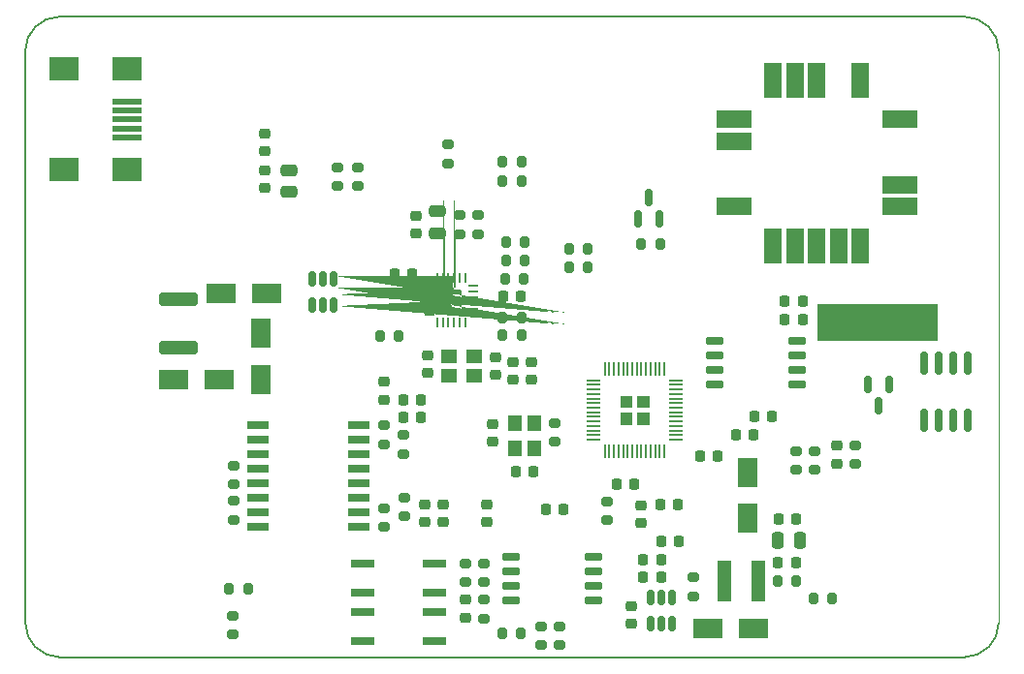
<source format=gtp>
%TF.GenerationSoftware,KiCad,Pcbnew,(6.0.4)*%
%TF.CreationDate,2022-04-11T14:57:36+02:00*%
%TF.ProjectId,PSE_RP2040,5053455f-5250-4323-9034-302e6b696361,rev?*%
%TF.SameCoordinates,Original*%
%TF.FileFunction,Paste,Top*%
%TF.FilePolarity,Positive*%
%FSLAX46Y46*%
G04 Gerber Fmt 4.6, Leading zero omitted, Abs format (unit mm)*
G04 Created by KiCad (PCBNEW (6.0.4)) date 2022-04-11 14:57:36*
%MOMM*%
%LPD*%
G01*
G04 APERTURE LIST*
G04 Aperture macros list*
%AMRoundRect*
0 Rectangle with rounded corners*
0 $1 Rounding radius*
0 $2 $3 $4 $5 $6 $7 $8 $9 X,Y pos of 4 corners*
0 Add a 4 corners polygon primitive as box body*
4,1,4,$2,$3,$4,$5,$6,$7,$8,$9,$2,$3,0*
0 Add four circle primitives for the rounded corners*
1,1,$1+$1,$2,$3*
1,1,$1+$1,$4,$5*
1,1,$1+$1,$6,$7*
1,1,$1+$1,$8,$9*
0 Add four rect primitives between the rounded corners*
20,1,$1+$1,$2,$3,$4,$5,0*
20,1,$1+$1,$4,$5,$6,$7,0*
20,1,$1+$1,$6,$7,$8,$9,0*
20,1,$1+$1,$8,$9,$2,$3,0*%
%AMFreePoly0*
4,1,57,0.211049,0.458455,0.230584,0.458455,0.247503,0.448687,0.266375,0.443630,0.280190,0.429815,0.297109,0.420047,0.420048,0.297109,0.429817,0.280188,0.443630,0.266375,0.448687,0.247504,0.458455,0.230584,0.458455,0.211049,0.463512,0.192176,0.463512,-0.192176,0.458455,-0.211049,0.458455,-0.230584,0.448687,-0.247504,0.443630,-0.266375,0.429817,-0.280188,0.420048,-0.297109,
0.297109,-0.420047,0.280190,-0.429815,0.266375,-0.443630,0.247503,-0.448687,0.230584,-0.458455,0.211049,-0.458455,0.192176,-0.463512,-0.192176,-0.463512,-0.211049,-0.458455,-0.230584,-0.458455,-0.247504,-0.448687,-0.266375,-0.443630,-0.280188,-0.429817,-0.297109,-0.420048,-0.420047,-0.297109,-0.429815,-0.280190,-0.443630,-0.266375,-0.448687,-0.247503,-0.458455,-0.230584,-0.458455,-0.211049,
-0.463512,-0.192176,-0.463512,0.192176,-0.458455,0.211049,-0.458455,0.230584,-0.448687,0.247503,-0.443630,0.266375,-0.429815,0.280190,-0.420047,0.297109,-0.297109,0.420048,-0.280188,0.429817,-0.266375,0.443630,-0.247504,0.448687,-0.230584,0.458455,-0.211049,0.458455,-0.192176,0.463512,0.192176,0.463512,0.211049,0.458455,0.211049,0.458455,$1*%
G04 Aperture macros list end*
%TA.AperFunction,Profile*%
%ADD10C,0.150000*%
%TD*%
%TA.AperFunction,Profile*%
%ADD11C,0.100000*%
%TD*%
%ADD12C,0.120000*%
%ADD13RoundRect,0.225000X0.225000X0.250000X-0.225000X0.250000X-0.225000X-0.250000X0.225000X-0.250000X0*%
%ADD14RoundRect,0.200000X0.275000X-0.200000X0.275000X0.200000X-0.275000X0.200000X-0.275000X-0.200000X0*%
%ADD15RoundRect,0.200000X-0.200000X-0.275000X0.200000X-0.275000X0.200000X0.275000X-0.200000X0.275000X0*%
%ADD16RoundRect,0.150000X-0.650000X-0.150000X0.650000X-0.150000X0.650000X0.150000X-0.650000X0.150000X0*%
%ADD17R,2.500000X1.800000*%
%ADD18R,2.000000X0.640000*%
%ADD19RoundRect,0.150000X0.150000X-0.512500X0.150000X0.512500X-0.150000X0.512500X-0.150000X-0.512500X0*%
%ADD20RoundRect,0.225000X-0.250000X0.225000X-0.250000X-0.225000X0.250000X-0.225000X0.250000X0.225000X0*%
%ADD21RoundRect,0.218750X-0.256250X0.218750X-0.256250X-0.218750X0.256250X-0.218750X0.256250X0.218750X0*%
%ADD22RoundRect,0.225000X-0.225000X-0.250000X0.225000X-0.250000X0.225000X0.250000X-0.225000X0.250000X0*%
%ADD23RoundRect,0.200000X-0.275000X0.200000X-0.275000X-0.200000X0.275000X-0.200000X0.275000X0.200000X0*%
%ADD24R,1.800000X2.500000*%
%ADD25RoundRect,0.250000X-0.250000X-0.475000X0.250000X-0.475000X0.250000X0.475000X-0.250000X0.475000X0*%
%ADD26RoundRect,0.250000X-0.475000X0.250000X-0.475000X-0.250000X0.475000X-0.250000X0.475000X0.250000X0*%
%ADD27RoundRect,0.218750X0.218750X0.256250X-0.218750X0.256250X-0.218750X-0.256250X0.218750X-0.256250X0*%
%ADD28RoundRect,0.150000X-0.150000X0.587500X-0.150000X-0.587500X0.150000X-0.587500X0.150000X0.587500X0*%
%ADD29RoundRect,0.200000X0.200000X0.275000X-0.200000X0.275000X-0.200000X-0.275000X0.200000X-0.275000X0*%
%ADD30RoundRect,0.225000X0.250000X-0.225000X0.250000X0.225000X-0.250000X0.225000X-0.250000X-0.225000X0*%
%ADD31R,1.150000X3.600000*%
%ADD32R,1.200000X1.400000*%
%ADD33FreePoly0,90.000000*%
%ADD34RoundRect,0.062500X0.062500X-0.375000X0.062500X0.375000X-0.062500X0.375000X-0.062500X-0.375000X0*%
%ADD35RoundRect,0.062500X0.375000X-0.062500X0.375000X0.062500X-0.375000X0.062500X-0.375000X-0.062500X0*%
%ADD36R,1.500000X3.100000*%
%ADD37R,3.100000X1.500000*%
%ADD38RoundRect,0.218750X0.256250X-0.218750X0.256250X0.218750X-0.256250X0.218750X-0.256250X-0.218750X0*%
%ADD39R,10.500000X3.200000*%
%ADD40R,1.910000X0.640000*%
%ADD41RoundRect,0.250000X0.475000X-0.250000X0.475000X0.250000X-0.475000X0.250000X-0.475000X-0.250000X0*%
%ADD42RoundRect,0.150000X0.150000X-0.587500X0.150000X0.587500X-0.150000X0.587500X-0.150000X-0.587500X0*%
%ADD43RoundRect,0.052500X-0.052500X0.522500X-0.052500X-0.522500X0.052500X-0.522500X0.052500X0.522500X0*%
%ADD44RoundRect,0.050000X-0.525000X0.050000X-0.525000X-0.050000X0.525000X-0.050000X0.525000X0.050000X0*%
%ADD45RoundRect,0.050000X-0.050000X0.525000X-0.050000X-0.525000X0.050000X-0.525000X0.050000X0.525000X0*%
%ADD46R,1.400000X1.200000*%
%ADD47RoundRect,0.150000X-0.150000X0.825000X-0.150000X-0.825000X0.150000X-0.825000X0.150000X0.825000X0*%
%ADD48RoundRect,0.250000X-1.450000X0.312500X-1.450000X-0.312500X1.450000X-0.312500X1.450000X0.312500X0*%
%ADD49R,2.500000X0.500000*%
%ADD50R,2.500000X2.000000*%
G04 APERTURE END LIST*
D10*
X182000000Y-158000000D02*
X103000000Y-158000000D01*
D11*
X185000000Y-105000000D02*
X185000000Y-155000000D01*
D10*
X100000000Y-155000000D02*
X100000000Y-105000000D01*
X100000000Y-155000000D02*
G75*
G03*
X103000000Y-158000000I3000000J0D01*
G01*
X182000000Y-158000000D02*
G75*
G03*
X185000000Y-155000000I0J3000000D01*
G01*
X103000000Y-102000000D02*
G75*
G03*
X100000000Y-105000000I0J-3000000D01*
G01*
X185000000Y-105000000D02*
G75*
G03*
X182000000Y-102000000I-3000000J0D01*
G01*
X103000000Y-102000000D02*
X182000000Y-102000000D01*
D12*
%TO.C,U1*%
X152950000Y-135150000D02*
X151950000Y-135150000D01*
X151950000Y-135150000D02*
X151950000Y-136150000D01*
X151950000Y-136150000D02*
X152950000Y-136150000D01*
X152950000Y-136150000D02*
X152950000Y-135150000D01*
G36*
X152950000Y-135150000D02*
G01*
X151950000Y-135150000D01*
X151950000Y-136150000D01*
X152950000Y-136150000D01*
X152950000Y-135150000D01*
G37*
X152950000Y-136650000D02*
X151950000Y-136650000D01*
X151950000Y-136650000D02*
X151950000Y-137650000D01*
X151950000Y-137650000D02*
X152950000Y-137650000D01*
X152950000Y-137650000D02*
X152950000Y-136650000D01*
G36*
X152950000Y-136650000D02*
G01*
X151950000Y-136650000D01*
X151950000Y-137650000D01*
X152950000Y-137650000D01*
X152950000Y-136650000D01*
G37*
X154450000Y-135150000D02*
X153450000Y-135150000D01*
X153450000Y-135150000D02*
X153450000Y-136150000D01*
X153450000Y-136150000D02*
X154450000Y-136150000D01*
X154450000Y-136150000D02*
X154450000Y-135150000D01*
G36*
X154450000Y-135150000D02*
G01*
X153450000Y-135150000D01*
X153450000Y-136150000D01*
X154450000Y-136150000D01*
X154450000Y-135150000D01*
G37*
X154450000Y-136650000D02*
X153450000Y-136650000D01*
X153450000Y-136650000D02*
X153450000Y-137650000D01*
X153450000Y-137650000D02*
X154450000Y-137650000D01*
X154450000Y-137650000D02*
X154450000Y-136650000D01*
G36*
X154450000Y-136650000D02*
G01*
X153450000Y-136650000D01*
X153450000Y-137650000D01*
X154450000Y-137650000D01*
X154450000Y-136650000D01*
G37*
%TD*%
D13*
%TO.C,C5*%
X144375000Y-141775000D03*
X142825000Y-141775000D03*
%TD*%
D14*
%TO.C,R19*%
X137900000Y-121000000D03*
X137900000Y-119350000D03*
%TD*%
D15*
%TO.C,R17*%
X141975000Y-123300000D03*
X143625000Y-123300000D03*
%TD*%
D16*
%TO.C,U7*%
X142451600Y-149195200D03*
X142451600Y-150465200D03*
X142451600Y-151735200D03*
X142451600Y-153005200D03*
X149651600Y-153005200D03*
X149651600Y-151735200D03*
X149651600Y-150465200D03*
X149651600Y-149195200D03*
%TD*%
D17*
%TO.C,D7*%
X116960400Y-133705600D03*
X112960400Y-133705600D03*
%TD*%
D14*
%TO.C,R37*%
X136900000Y-114825000D03*
X136900000Y-113175000D03*
%TD*%
%TO.C,R23*%
X131343400Y-146634200D03*
X131343400Y-144984200D03*
%TD*%
D18*
%TO.C,D2*%
X135738000Y-156641800D03*
X135738000Y-154101800D03*
X129438000Y-154101800D03*
X129438000Y-156641800D03*
%TD*%
D19*
%TO.C,U4*%
X125050000Y-127237500D03*
X126000000Y-127237500D03*
X126950000Y-127237500D03*
X126950000Y-124962500D03*
X126000000Y-124962500D03*
X125050000Y-124962500D03*
%TD*%
D15*
%TO.C,R34*%
X165685000Y-151358600D03*
X167335000Y-151358600D03*
%TD*%
D20*
%TO.C,C20*%
X141025000Y-131800000D03*
X141025000Y-133350000D03*
%TD*%
D21*
%TO.C,L2*%
X131290000Y-133932500D03*
X131290000Y-135507500D03*
%TD*%
D20*
%TO.C,C3*%
X120929400Y-115430000D03*
X120929400Y-116980000D03*
%TD*%
D15*
%TO.C,R27*%
X153775000Y-121850000D03*
X155425000Y-121850000D03*
%TD*%
D22*
%TO.C,C26*%
X133015000Y-135500000D03*
X134565000Y-135500000D03*
%TD*%
D15*
%TO.C,R18*%
X141975000Y-121700000D03*
X143625000Y-121700000D03*
%TD*%
D23*
%TO.C,R32*%
X140030200Y-149822400D03*
X140030200Y-151472400D03*
%TD*%
%TO.C,R7*%
X118200000Y-141275000D03*
X118200000Y-142925000D03*
%TD*%
%TO.C,R26*%
X131292600Y-137745200D03*
X131292600Y-139395200D03*
%TD*%
%TO.C,R16*%
X139500000Y-119350000D03*
X139500000Y-121000000D03*
%TD*%
D24*
%TO.C,D6*%
X163100000Y-145860000D03*
X163100000Y-141860000D03*
%TD*%
D14*
%TO.C,R39*%
X158318200Y-152666200D03*
X158318200Y-151016200D03*
%TD*%
D22*
%TO.C,C11*%
X163625000Y-137000000D03*
X165175000Y-137000000D03*
%TD*%
D15*
%TO.C,R21*%
X117805000Y-152060000D03*
X119455000Y-152060000D03*
%TD*%
D14*
%TO.C,R5*%
X167300000Y-141625000D03*
X167300000Y-139975000D03*
%TD*%
D25*
%TO.C,C35*%
X165737800Y-147777200D03*
X167637800Y-147777200D03*
%TD*%
D17*
%TO.C,D5*%
X163620200Y-155524200D03*
X159620200Y-155524200D03*
%TD*%
D26*
%TO.C,C4*%
X123037600Y-115432800D03*
X123037600Y-117332800D03*
%TD*%
D13*
%TO.C,C29*%
X153961800Y-151028400D03*
X155511800Y-151028400D03*
%TD*%
D15*
%TO.C,R28*%
X141675000Y-116400000D03*
X143325000Y-116400000D03*
%TD*%
D27*
%TO.C,D4*%
X153187500Y-142900000D03*
X151612500Y-142900000D03*
%TD*%
D28*
%TO.C,D1*%
X175450000Y-134137500D03*
X173550000Y-134137500D03*
X174500000Y-136012500D03*
%TD*%
D22*
%TO.C,C7*%
X155425000Y-144700000D03*
X156975000Y-144700000D03*
%TD*%
D29*
%TO.C,R11*%
X143325000Y-114700000D03*
X141675000Y-114700000D03*
%TD*%
D30*
%TO.C,C21*%
X135100000Y-133175000D03*
X135100000Y-131625000D03*
%TD*%
%TO.C,C32*%
X152882600Y-155080600D03*
X152882600Y-153530600D03*
%TD*%
D24*
%TO.C,D8*%
X120573800Y-129699000D03*
X120573800Y-133699000D03*
%TD*%
D31*
%TO.C,L3*%
X161021800Y-151358600D03*
X163971800Y-151358600D03*
%TD*%
D15*
%TO.C,R35*%
X168809200Y-152882600D03*
X170459200Y-152882600D03*
%TD*%
D14*
%TO.C,R31*%
X145029600Y-156975400D03*
X145029600Y-155325400D03*
%TD*%
D22*
%TO.C,C33*%
X165735000Y-149758400D03*
X167285000Y-149758400D03*
%TD*%
D23*
%TO.C,R24*%
X133070600Y-144069800D03*
X133070600Y-145719800D03*
%TD*%
D14*
%TO.C,R29*%
X146630600Y-156971000D03*
X146630600Y-155321000D03*
%TD*%
D30*
%TO.C,C6*%
X140300000Y-146175000D03*
X140300000Y-144625000D03*
%TD*%
D32*
%TO.C,Y2*%
X142750000Y-137575000D03*
X142750000Y-139775000D03*
X144450000Y-139775000D03*
X144450000Y-137575000D03*
%TD*%
D22*
%TO.C,C12*%
X158925000Y-140400000D03*
X160475000Y-140400000D03*
%TD*%
D13*
%TO.C,C30*%
X155511800Y-149453600D03*
X153961800Y-149453600D03*
%TD*%
D22*
%TO.C,C25*%
X133025000Y-137080000D03*
X134575000Y-137080000D03*
%TD*%
D20*
%TO.C,C14*%
X153800000Y-144725000D03*
X153800000Y-146275000D03*
%TD*%
D29*
%TO.C,R8*%
X143325000Y-129850000D03*
X141675000Y-129850000D03*
%TD*%
D33*
%TO.C,IC1*%
X136700000Y-126300000D03*
X137700000Y-126300000D03*
X136700000Y-127300000D03*
X137700000Y-127300000D03*
D34*
X135950000Y-128737500D03*
X136450000Y-128737500D03*
X136950000Y-128737500D03*
X137450000Y-128737500D03*
X137950000Y-128737500D03*
X138450000Y-128737500D03*
D35*
X139137500Y-128050000D03*
X139137500Y-127550000D03*
X139137500Y-127050000D03*
X139137500Y-126550000D03*
X139137500Y-126050000D03*
X139137500Y-125550000D03*
D34*
X138450000Y-124862500D03*
X137950000Y-124862500D03*
X137450000Y-124862500D03*
X136950000Y-124862500D03*
X136450000Y-124862500D03*
X135950000Y-124862500D03*
D35*
X135262500Y-125550000D03*
X135262500Y-126050000D03*
X135262500Y-126550000D03*
X135262500Y-127050000D03*
X135262500Y-127550000D03*
X135262500Y-128050000D03*
%TD*%
D36*
%TO.C,IC2*%
X165300000Y-122050000D03*
X167200000Y-122050000D03*
X169100000Y-122050000D03*
X171000000Y-122050000D03*
X172900000Y-122050000D03*
D37*
X176350000Y-118600000D03*
X176350000Y-116700000D03*
X176350000Y-111000000D03*
D36*
X172900000Y-107550000D03*
X169100000Y-107550000D03*
X167200000Y-107550000D03*
X165300000Y-107550000D03*
D37*
X161850000Y-111000000D03*
X161850000Y-112900000D03*
X161850000Y-118600000D03*
%TD*%
D22*
%TO.C,C18*%
X166325000Y-126875000D03*
X167875000Y-126875000D03*
%TD*%
%TO.C,C34*%
X165745000Y-145900000D03*
X167295000Y-145900000D03*
%TD*%
D14*
%TO.C,R3*%
X150800000Y-146025000D03*
X150800000Y-144375000D03*
%TD*%
D17*
%TO.C,D9*%
X117100600Y-126238000D03*
X121100600Y-126238000D03*
%TD*%
D15*
%TO.C,R14*%
X147480000Y-122300000D03*
X149130000Y-122300000D03*
%TD*%
D13*
%TO.C,C22*%
X133775000Y-124500000D03*
X132225000Y-124500000D03*
%TD*%
D38*
%TO.C,L1*%
X120929400Y-113792100D03*
X120929400Y-112217100D03*
%TD*%
D15*
%TO.C,R15*%
X147475000Y-123900000D03*
X149125000Y-123900000D03*
%TD*%
D22*
%TO.C,C15*%
X166325000Y-128475000D03*
X167875000Y-128475000D03*
%TD*%
D14*
%TO.C,R2*%
X172500000Y-141125000D03*
X172500000Y-139475000D03*
%TD*%
%TO.C,R33*%
X138430000Y-151472400D03*
X138430000Y-149822400D03*
%TD*%
D29*
%TO.C,R9*%
X143325000Y-128300000D03*
X141675000Y-128300000D03*
%TD*%
D39*
%TO.C,Y1*%
X174400000Y-128770000D03*
%TD*%
D22*
%TO.C,C10*%
X162025000Y-138550000D03*
X163575000Y-138550000D03*
%TD*%
D40*
%TO.C,T1*%
X120354400Y-146622000D03*
X120354400Y-145352000D03*
X120354400Y-144082000D03*
X120354400Y-142812000D03*
X120354400Y-141542000D03*
X120354400Y-140272000D03*
X120354400Y-139002000D03*
X120354400Y-137732000D03*
X129124400Y-137732000D03*
X129124400Y-139002000D03*
X129124400Y-140272000D03*
X129124400Y-141542000D03*
X129124400Y-142812000D03*
X129124400Y-144082000D03*
X129124400Y-145352000D03*
X129124400Y-146622000D03*
%TD*%
D30*
%TO.C,C28*%
X138430000Y-154534200D03*
X138430000Y-152984200D03*
%TD*%
D41*
%TO.C,C24*%
X136000000Y-120925000D03*
X136000000Y-119025000D03*
%TD*%
D15*
%TO.C,R30*%
X141618200Y-155956000D03*
X143268200Y-155956000D03*
%TD*%
D20*
%TO.C,C2*%
X140800000Y-137600000D03*
X140800000Y-139150000D03*
%TD*%
D23*
%TO.C,R13*%
X129000000Y-115175000D03*
X129000000Y-116825000D03*
%TD*%
D20*
%TO.C,C19*%
X142625000Y-132225000D03*
X142625000Y-133775000D03*
%TD*%
D22*
%TO.C,C31*%
X155511200Y-147878800D03*
X157061200Y-147878800D03*
%TD*%
D23*
%TO.C,R38*%
X140030200Y-152997400D03*
X140030200Y-154647400D03*
%TD*%
D42*
%TO.C,Q2*%
X153500000Y-119687500D03*
X155400000Y-119687500D03*
X154450000Y-117812500D03*
%TD*%
D43*
%TO.C,U1*%
X155800000Y-132825000D03*
X155400000Y-132825000D03*
X155000000Y-132825000D03*
X154600000Y-132825000D03*
X154200000Y-132825000D03*
X153800000Y-132825000D03*
X153400000Y-132825000D03*
X153000000Y-132825000D03*
X152600000Y-132825000D03*
X152200000Y-132825000D03*
X151800000Y-132825000D03*
X151400000Y-132825000D03*
X151000000Y-132825000D03*
X150600000Y-132825000D03*
D44*
X149625000Y-133800000D03*
X149625000Y-134200000D03*
X149625000Y-134600000D03*
X149625000Y-135000000D03*
X149625000Y-135400000D03*
X149625000Y-135800000D03*
X149625000Y-136200000D03*
X149625000Y-136600000D03*
X149625000Y-137000000D03*
X149625000Y-137400000D03*
X149625000Y-137800000D03*
X149625000Y-138200000D03*
X149625000Y-138600000D03*
X149625000Y-139000000D03*
D45*
X150600000Y-139975000D03*
X151000000Y-139975000D03*
X151400000Y-139975000D03*
X151800000Y-139975000D03*
X152200000Y-139975000D03*
X152600000Y-139975000D03*
X153000000Y-139975000D03*
X153400000Y-139975000D03*
X153800000Y-139975000D03*
X154200000Y-139975000D03*
X154600000Y-139975000D03*
X155000000Y-139975000D03*
X155400000Y-139975000D03*
X155800000Y-139975000D03*
D44*
X156775000Y-139000000D03*
X156775000Y-138600000D03*
X156775000Y-138200000D03*
X156775000Y-137800000D03*
X156775000Y-137400000D03*
X156775000Y-137000000D03*
X156775000Y-136600000D03*
X156775000Y-136200000D03*
X156775000Y-135800000D03*
X156775000Y-135400000D03*
X156775000Y-135000000D03*
X156775000Y-134600000D03*
X156775000Y-134200000D03*
X156775000Y-133800000D03*
%TD*%
D14*
%TO.C,R25*%
X133019800Y-140258800D03*
X133019800Y-138608800D03*
%TD*%
D23*
%TO.C,R20*%
X118200000Y-144365000D03*
X118200000Y-146015000D03*
%TD*%
%TO.C,R1*%
X146200000Y-137550000D03*
X146200000Y-139200000D03*
%TD*%
D14*
%TO.C,R6*%
X118110000Y-156019000D03*
X118110000Y-154369000D03*
%TD*%
D20*
%TO.C,C27*%
X134875000Y-144625000D03*
X134875000Y-146175000D03*
%TD*%
D46*
%TO.C,Y3*%
X139200000Y-131700000D03*
X137000000Y-131700000D03*
X137000000Y-133400000D03*
X139200000Y-133400000D03*
%TD*%
D23*
%TO.C,R12*%
X127300000Y-115175000D03*
X127300000Y-116825000D03*
%TD*%
D15*
%TO.C,R10*%
X141875000Y-124900000D03*
X143525000Y-124900000D03*
%TD*%
D30*
%TO.C,C23*%
X134100000Y-120950000D03*
X134100000Y-119400000D03*
%TD*%
D20*
%TO.C,C13*%
X170900000Y-139525000D03*
X170900000Y-141075000D03*
%TD*%
D47*
%TO.C,U2*%
X182305000Y-132325000D03*
X181035000Y-132325000D03*
X179765000Y-132325000D03*
X178495000Y-132325000D03*
X178495000Y-137275000D03*
X179765000Y-137275000D03*
X181035000Y-137275000D03*
X182305000Y-137275000D03*
%TD*%
D22*
%TO.C,C16*%
X141725000Y-126500000D03*
X143275000Y-126500000D03*
%TD*%
D16*
%TO.C,U5*%
X160200000Y-130370000D03*
X160200000Y-131640000D03*
X160200000Y-132910000D03*
X160200000Y-134180000D03*
X167400000Y-134180000D03*
X167400000Y-132910000D03*
X167400000Y-131640000D03*
X167400000Y-130370000D03*
%TD*%
D20*
%TO.C,C17*%
X144225000Y-132225000D03*
X144225000Y-133775000D03*
%TD*%
D19*
%TO.C,U8*%
X154574200Y-155075100D03*
X155524200Y-155075100D03*
X156474200Y-155075100D03*
X156474200Y-152800100D03*
X155524200Y-152800100D03*
X154574200Y-152800100D03*
%TD*%
D48*
%TO.C,F1*%
X113411000Y-126691300D03*
X113411000Y-130966300D03*
%TD*%
D13*
%TO.C,C9*%
X146975000Y-145100000D03*
X145425000Y-145100000D03*
%TD*%
D18*
%TO.C,D3*%
X135738000Y-152349200D03*
X135738000Y-149809200D03*
X129438000Y-149809200D03*
X129438000Y-152349200D03*
%TD*%
D20*
%TO.C,C8*%
X136500000Y-144625000D03*
X136500000Y-146175000D03*
%TD*%
D14*
%TO.C,R4*%
X168900000Y-141625000D03*
X168900000Y-139975000D03*
%TD*%
D29*
%TO.C,R22*%
X132600000Y-129950000D03*
X130950000Y-129950000D03*
%TD*%
D49*
%TO.C,J2*%
X108875000Y-109400000D03*
X108875000Y-110200000D03*
X108875000Y-111000000D03*
X108875000Y-111800000D03*
X108875000Y-112600000D03*
D50*
X108875000Y-115400000D03*
X108875000Y-106600000D03*
X103375000Y-115400000D03*
X103375000Y-106600000D03*
%TD*%
M02*

</source>
